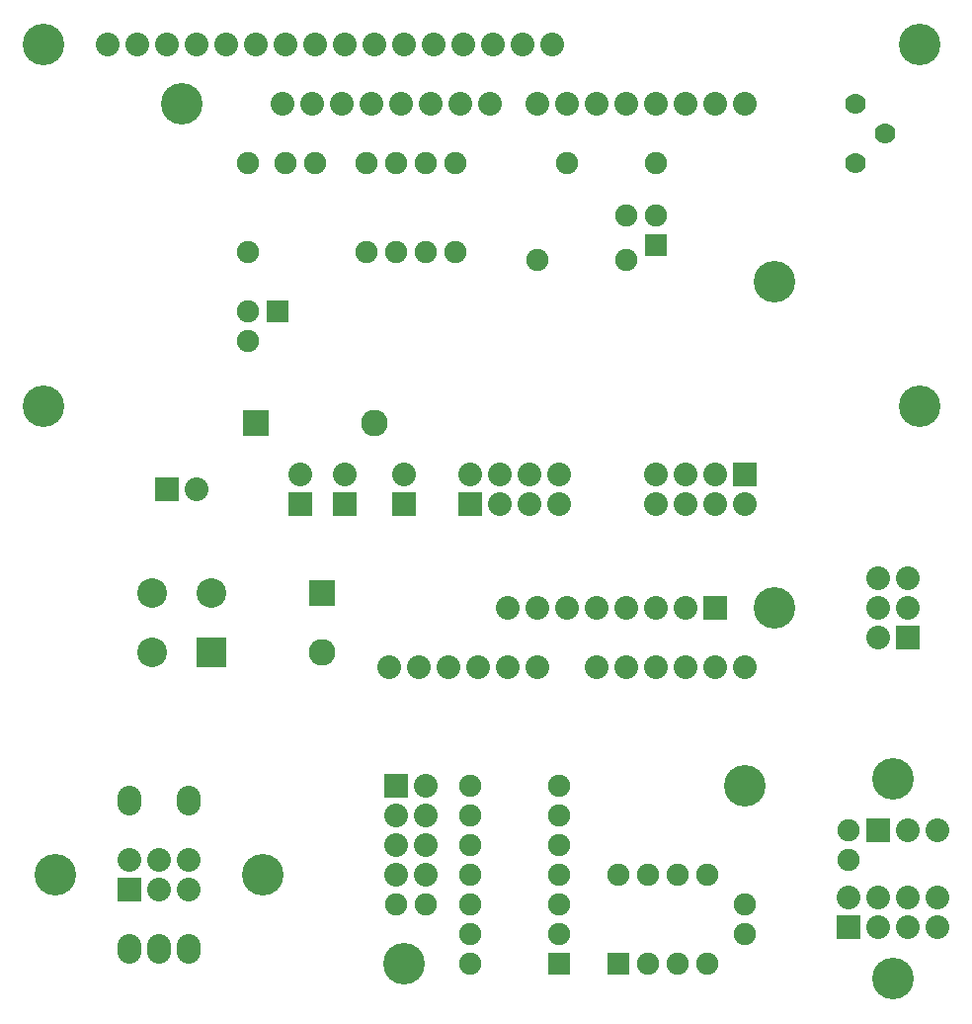
<source format=gts>
G04 (created by PCBNEW-RS274X (2011-05-25)-stable) date Fri 21 Mar 2014 21:57:54 CST*
G01*
G70*
G90*
%MOIN*%
G04 Gerber Fmt 3.4, Leading zero omitted, Abs format*
%FSLAX34Y34*%
G04 APERTURE LIST*
%ADD10C,0.006000*%
%ADD11C,0.090000*%
%ADD12R,0.090000X0.090000*%
%ADD13R,0.080000X0.080000*%
%ADD14C,0.080000*%
%ADD15C,0.075000*%
%ADD16R,0.075000X0.075000*%
%ADD17O,0.080000X0.100000*%
%ADD18C,0.140000*%
%ADD19C,0.100000*%
%ADD20C,0.070000*%
G04 APERTURE END LIST*
G54D10*
G54D11*
X52500Y-34000D03*
G54D12*
X48500Y-34000D03*
G54D13*
X51500Y-36750D03*
G54D14*
X51500Y-35750D03*
G54D13*
X50000Y-36750D03*
G54D14*
X50000Y-35750D03*
G54D13*
X53500Y-36750D03*
G54D14*
X53500Y-35750D03*
G54D13*
X65000Y-35750D03*
G54D14*
X65000Y-36750D03*
X64000Y-35750D03*
X64000Y-36750D03*
X63000Y-35750D03*
X63000Y-36750D03*
X62000Y-35750D03*
X62000Y-36750D03*
G54D15*
X62000Y-25250D03*
X59000Y-25250D03*
X48250Y-28250D03*
X48250Y-25250D03*
X52250Y-28250D03*
X52250Y-25250D03*
X53250Y-28250D03*
X53250Y-25250D03*
X54250Y-28250D03*
X54250Y-25250D03*
X55250Y-28250D03*
X55250Y-25250D03*
G54D16*
X62000Y-28000D03*
G54D15*
X62000Y-27000D03*
X61000Y-27000D03*
G54D16*
X49250Y-30250D03*
G54D15*
X48250Y-30250D03*
X48250Y-31250D03*
X50500Y-25250D03*
X49500Y-25250D03*
G54D13*
X45500Y-36250D03*
G54D14*
X46500Y-36250D03*
G54D12*
X50750Y-39750D03*
G54D11*
X50750Y-41750D03*
G54D13*
X70500Y-41250D03*
G54D14*
X69500Y-41250D03*
X70500Y-40250D03*
X69500Y-40250D03*
X70500Y-39250D03*
X69500Y-39250D03*
G54D13*
X44250Y-49750D03*
G54D14*
X44250Y-48750D03*
X45250Y-49750D03*
X45250Y-48750D03*
X46250Y-49750D03*
X46250Y-48750D03*
G54D17*
X44250Y-51750D03*
X45250Y-51750D03*
X46250Y-51750D03*
X44250Y-46750D03*
X46250Y-46750D03*
G54D18*
X48750Y-49250D03*
X41750Y-49250D03*
G54D19*
X45000Y-39750D03*
X45000Y-41750D03*
G54D10*
G36*
X46500Y-42250D02*
X46500Y-41250D01*
X47500Y-41250D01*
X47500Y-42250D01*
X46500Y-42250D01*
X46500Y-42250D01*
G37*
G54D19*
X47000Y-39750D03*
G54D14*
X65000Y-23250D03*
X64000Y-23250D03*
X63000Y-23250D03*
X62000Y-23250D03*
X61000Y-23250D03*
X60000Y-23250D03*
X59000Y-23250D03*
X58000Y-23250D03*
X56400Y-23250D03*
X55400Y-23250D03*
X54400Y-23250D03*
X53400Y-23250D03*
X52400Y-23250D03*
X51400Y-23250D03*
X50400Y-23250D03*
X49400Y-23250D03*
X53000Y-42250D03*
X54000Y-42250D03*
X55000Y-42250D03*
X56000Y-42250D03*
X57000Y-42250D03*
X58000Y-42250D03*
X60000Y-42250D03*
X61000Y-42250D03*
X62000Y-42250D03*
X63000Y-42250D03*
X64000Y-42250D03*
X65000Y-42250D03*
G54D18*
X46000Y-23250D03*
X66000Y-40250D03*
X66000Y-29250D03*
G54D13*
X64000Y-40250D03*
G54D14*
X63000Y-40250D03*
X62000Y-40250D03*
X61000Y-40250D03*
X60000Y-40250D03*
X59000Y-40250D03*
X58000Y-40250D03*
X57000Y-40250D03*
G54D20*
X68750Y-23250D03*
X69750Y-24250D03*
X68750Y-25250D03*
G54D14*
X43500Y-21250D03*
X44500Y-21250D03*
X45500Y-21250D03*
X46500Y-21250D03*
X47500Y-21250D03*
X48500Y-21250D03*
X49500Y-21250D03*
X50500Y-21250D03*
X51500Y-21250D03*
X52500Y-21250D03*
X53500Y-21250D03*
X54500Y-21250D03*
X55500Y-21250D03*
X56500Y-21250D03*
X57500Y-21250D03*
X58500Y-21250D03*
G54D18*
X41350Y-21250D03*
X70900Y-21250D03*
X70900Y-33450D03*
X41350Y-33450D03*
G54D15*
X58000Y-28500D03*
X61000Y-28500D03*
G54D13*
X55750Y-36750D03*
G54D14*
X55750Y-35750D03*
X56750Y-36750D03*
X56750Y-35750D03*
X57750Y-36750D03*
X57750Y-35750D03*
X58750Y-36750D03*
X58750Y-35750D03*
G54D13*
X53250Y-46250D03*
G54D14*
X54250Y-46250D03*
X53250Y-47250D03*
X54250Y-47250D03*
X53250Y-48250D03*
X54250Y-48250D03*
X53250Y-49250D03*
X54250Y-49250D03*
G54D13*
X68500Y-51000D03*
G54D14*
X68500Y-50000D03*
X69500Y-51000D03*
X69500Y-50000D03*
X70500Y-51000D03*
X70500Y-50000D03*
X71500Y-51000D03*
X71500Y-50000D03*
G54D13*
X69500Y-47750D03*
G54D14*
X70500Y-47750D03*
X71500Y-47750D03*
G54D16*
X60750Y-52250D03*
G54D15*
X61750Y-52250D03*
X62750Y-52250D03*
X63750Y-52250D03*
X63750Y-49250D03*
X62750Y-49250D03*
X61750Y-49250D03*
X60750Y-49250D03*
G54D16*
X58750Y-52250D03*
G54D15*
X58750Y-51250D03*
X58750Y-50250D03*
X58750Y-49250D03*
X58750Y-48250D03*
X58750Y-47250D03*
X58750Y-46250D03*
X55750Y-46250D03*
X55750Y-47250D03*
X55750Y-48250D03*
X55750Y-49250D03*
X55750Y-50250D03*
X55750Y-51250D03*
X55750Y-52250D03*
X68500Y-47750D03*
X68500Y-48750D03*
X65000Y-50250D03*
X65000Y-51250D03*
G54D18*
X70000Y-46000D03*
X70000Y-52750D03*
X65000Y-46250D03*
X53500Y-52250D03*
G54D15*
X54250Y-50250D03*
X53250Y-50250D03*
M02*

</source>
